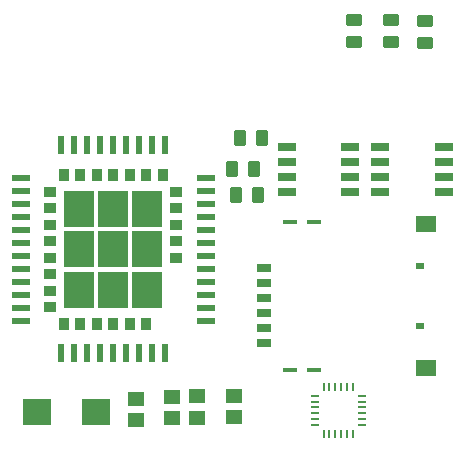
<source format=gbp>
G04*
G04 #@! TF.GenerationSoftware,Altium Limited,Altium Designer,22.0.2 (36)*
G04*
G04 Layer_Color=128*
%FSLAX25Y25*%
%MOIN*%
G70*
G04*
G04 #@! TF.SameCoordinates,E5DF6677-F1A3-40F0-8D4B-31E310C81F74*
G04*
G04*
G04 #@! TF.FilePolarity,Positive*
G04*
G01*
G75*
%ADD16R,0.05709X0.04528*%
G04:AMPARAMS|DCode=34|XSize=39.37mil|YSize=55.91mil|CornerRadius=4.92mil|HoleSize=0mil|Usage=FLASHONLY|Rotation=90.000|XOffset=0mil|YOffset=0mil|HoleType=Round|Shape=RoundedRectangle|*
%AMROUNDEDRECTD34*
21,1,0.03937,0.04606,0,0,90.0*
21,1,0.02953,0.05591,0,0,90.0*
1,1,0.00984,0.02303,0.01476*
1,1,0.00984,0.02303,-0.01476*
1,1,0.00984,-0.02303,-0.01476*
1,1,0.00984,-0.02303,0.01476*
%
%ADD34ROUNDEDRECTD34*%
%ADD35R,0.03150X0.02126*%
%ADD36R,0.05118X0.01772*%
%ADD37R,0.06693X0.05512*%
%ADD38R,0.04528X0.02559*%
%ADD39R,0.10236X0.12205*%
%ADD40R,0.03543X0.04331*%
%ADD41R,0.04331X0.03543*%
%ADD42R,0.02362X0.06299*%
%ADD43R,0.06299X0.02362*%
%ADD44R,0.01024X0.03110*%
%ADD45R,0.03110X0.01024*%
G04:AMPARAMS|DCode=46|XSize=39.37mil|YSize=55.91mil|CornerRadius=4.92mil|HoleSize=0mil|Usage=FLASHONLY|Rotation=0.000|XOffset=0mil|YOffset=0mil|HoleType=Round|Shape=RoundedRectangle|*
%AMROUNDEDRECTD46*
21,1,0.03937,0.04606,0,0,0.0*
21,1,0.02953,0.05591,0,0,0.0*
1,1,0.00984,0.01476,-0.02303*
1,1,0.00984,-0.01476,-0.02303*
1,1,0.00984,-0.01476,0.02303*
1,1,0.00984,0.01476,0.02303*
%
%ADD46ROUNDEDRECTD46*%
%ADD47R,0.09331X0.08780*%
%ADD48R,0.05906X0.02559*%
D16*
X82874Y37303D02*
D03*
Y44390D02*
D03*
X50197Y43209D02*
D03*
Y36122D02*
D03*
X61992Y44024D02*
D03*
Y36937D02*
D03*
X70472Y44094D02*
D03*
Y37008D02*
D03*
D34*
X122835Y162264D02*
D03*
Y169626D02*
D03*
X135236D02*
D03*
Y162264D02*
D03*
X146260Y162028D02*
D03*
Y169390D02*
D03*
D35*
X144614Y67650D02*
D03*
Y87650D02*
D03*
D36*
X101386Y102335D02*
D03*
X109260D02*
D03*
Y52965D02*
D03*
X101386D02*
D03*
D37*
X146898Y101685D02*
D03*
Y53614D02*
D03*
D38*
X92843Y81803D02*
D03*
Y71803D02*
D03*
Y61803D02*
D03*
Y86803D02*
D03*
Y76803D02*
D03*
Y66803D02*
D03*
D39*
X42500Y93114D02*
D03*
Y79728D02*
D03*
X53917Y79728D02*
D03*
Y93114D02*
D03*
X53917Y106500D02*
D03*
X42500D02*
D03*
X31083D02*
D03*
Y93114D02*
D03*
Y79728D02*
D03*
D40*
X25965Y68311D02*
D03*
X31476D02*
D03*
X36988D02*
D03*
X42500D02*
D03*
X48012D02*
D03*
X53524D02*
D03*
X59035Y117917D02*
D03*
X53524D02*
D03*
X48012D02*
D03*
X42500D02*
D03*
X36988D02*
D03*
X31476D02*
D03*
X25965D02*
D03*
D41*
X63563Y90358D02*
D03*
Y95870D02*
D03*
Y101382D02*
D03*
Y106894D02*
D03*
Y112405D02*
D03*
X21437D02*
D03*
Y106894D02*
D03*
Y101382D02*
D03*
Y95870D02*
D03*
Y90358D02*
D03*
Y84846D02*
D03*
Y79334D02*
D03*
Y73823D02*
D03*
D42*
X25177Y58468D02*
D03*
X29508D02*
D03*
X33839D02*
D03*
X38169D02*
D03*
X42500D02*
D03*
X46831D02*
D03*
X51161D02*
D03*
X55492D02*
D03*
X59823D02*
D03*
Y127760D02*
D03*
X55492D02*
D03*
X51161D02*
D03*
X46831D02*
D03*
X42500D02*
D03*
X38169D02*
D03*
X33839D02*
D03*
X29508D02*
D03*
X25177D02*
D03*
D43*
X73406Y69295D02*
D03*
Y73626D02*
D03*
Y77957D02*
D03*
Y82287D02*
D03*
Y86618D02*
D03*
Y90949D02*
D03*
Y95279D02*
D03*
Y99610D02*
D03*
Y103941D02*
D03*
Y108271D02*
D03*
Y112602D02*
D03*
Y116933D02*
D03*
X11594D02*
D03*
Y112602D02*
D03*
Y108271D02*
D03*
Y103941D02*
D03*
Y99610D02*
D03*
Y95279D02*
D03*
Y90949D02*
D03*
Y86618D02*
D03*
Y82287D02*
D03*
Y77957D02*
D03*
Y73626D02*
D03*
Y69295D02*
D03*
D44*
X112598Y31713D02*
D03*
X114567D02*
D03*
X116535D02*
D03*
X118504D02*
D03*
X120473D02*
D03*
X122441D02*
D03*
Y47224D02*
D03*
X120473D02*
D03*
X118504D02*
D03*
X116535D02*
D03*
X114567D02*
D03*
X112598D02*
D03*
D45*
X125276Y34547D02*
D03*
Y36516D02*
D03*
Y38484D02*
D03*
Y40453D02*
D03*
Y42421D02*
D03*
Y44390D02*
D03*
X109764D02*
D03*
Y42421D02*
D03*
Y40453D02*
D03*
Y38484D02*
D03*
Y36516D02*
D03*
Y34547D02*
D03*
D46*
X84705Y130118D02*
D03*
X92067D02*
D03*
X89508Y120079D02*
D03*
X82146D02*
D03*
X90787Y111417D02*
D03*
X83425D02*
D03*
D47*
X17201Y39083D02*
D03*
X36650D02*
D03*
D48*
X152816Y127198D02*
D03*
Y122198D02*
D03*
Y117198D02*
D03*
Y112198D02*
D03*
X131556D02*
D03*
Y117198D02*
D03*
Y122198D02*
D03*
Y127198D02*
D03*
X121555Y127284D02*
D03*
Y122283D02*
D03*
Y117283D02*
D03*
Y112284D02*
D03*
X100295D02*
D03*
Y117283D02*
D03*
Y122283D02*
D03*
Y127284D02*
D03*
M02*

</source>
